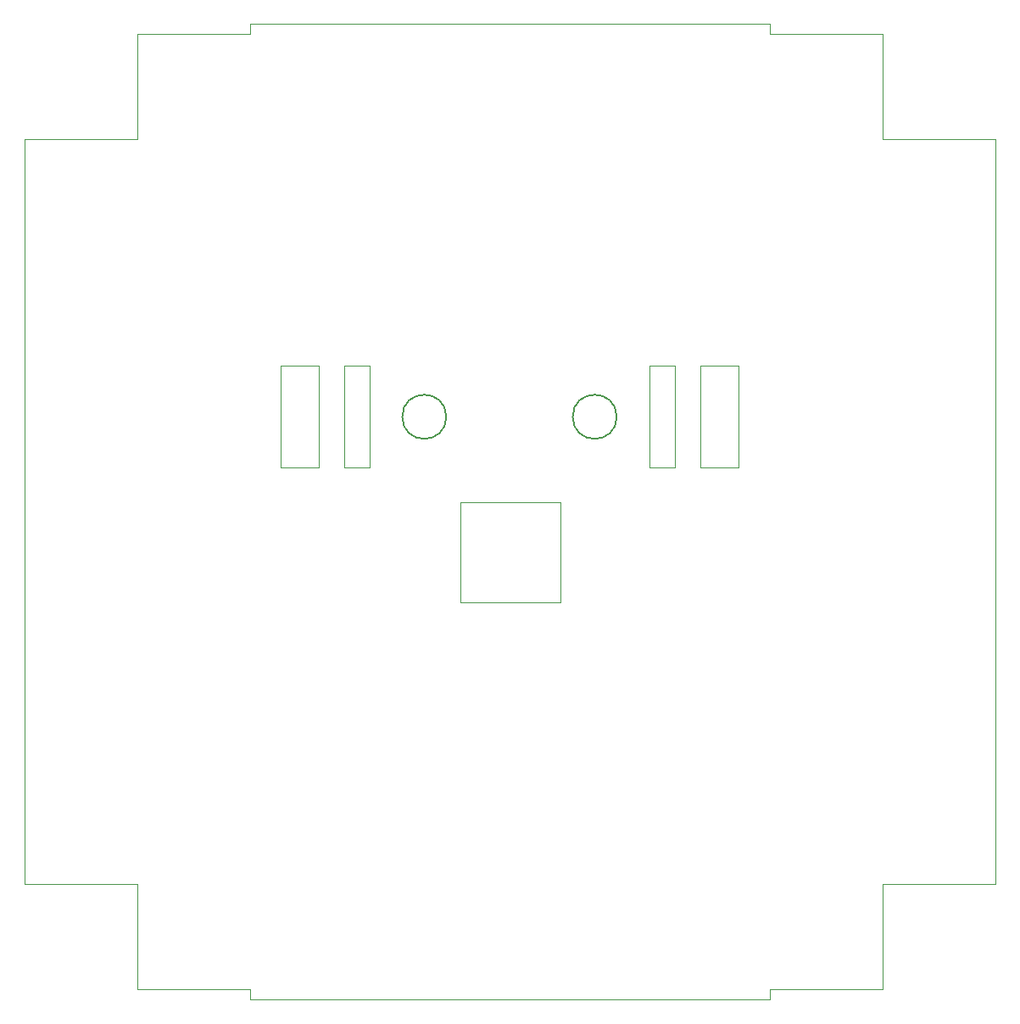
<source format=gm1>
%TF.GenerationSoftware,KiCad,Pcbnew,(6.0.5)*%
%TF.CreationDate,2023-01-23T16:46:34-08:00*%
%TF.ProjectId,Z_Panels,5a5f5061-6e65-46c7-932e-6b696361645f,rev?*%
%TF.SameCoordinates,Original*%
%TF.FileFunction,Profile,NP*%
%FSLAX46Y46*%
G04 Gerber Fmt 4.6, Leading zero omitted, Abs format (unit mm)*
G04 Created by KiCad (PCBNEW (6.0.5)) date 2023-01-23 16:46:34*
%MOMM*%
%LPD*%
G01*
G04 APERTURE LIST*
%TA.AperFunction,Profile*%
%ADD10C,0.050000*%
%TD*%
%TA.AperFunction,Profile*%
%ADD11C,0.150000*%
%TD*%
%TA.AperFunction,Profile*%
%ADD12C,0.100000*%
%TD*%
G04 APERTURE END LIST*
D10*
X219858000Y-40806800D02*
X208584000Y-40806800D01*
X205486000Y-84074000D02*
X205486000Y-73914000D01*
X208584000Y-39806800D02*
X208584000Y-40806800D01*
D11*
X176276000Y-78994000D02*
G75*
G03*
X176276000Y-78994000I-2200000J0D01*
G01*
D10*
X208584000Y-39806800D02*
X156712000Y-39806800D01*
X219856000Y-136135600D02*
X219856000Y-125620000D01*
X201676000Y-73914000D02*
X201676000Y-84074000D01*
D12*
X177680000Y-97510000D02*
X187680000Y-97510000D01*
D10*
X156712000Y-40806800D02*
X145438000Y-40806800D01*
X145438000Y-51322400D02*
X134164000Y-51322400D01*
X201676000Y-84074000D02*
X205486000Y-84074000D01*
X166116000Y-84068965D02*
X168656000Y-84068965D01*
X219858000Y-51322400D02*
X219858000Y-40806800D01*
X196596000Y-84068965D02*
X196596000Y-73908965D01*
X199136000Y-84068965D02*
X196596000Y-84068965D01*
X163576000Y-73914000D02*
X159766000Y-73914000D01*
X159766000Y-84074000D02*
X163576000Y-84074000D01*
D12*
X187680000Y-97510000D02*
X187680000Y-87510000D01*
D10*
X205486000Y-73914000D02*
X201676000Y-73914000D01*
X231130000Y-125620000D02*
X219856000Y-125620000D01*
X145436000Y-125620000D02*
X134162000Y-125620000D01*
X168656000Y-73908965D02*
X166116000Y-73908965D01*
X145438000Y-51322400D02*
X145438000Y-40806800D01*
X159766000Y-73914000D02*
X159766000Y-84074000D01*
X156710000Y-137135600D02*
X156710000Y-136135600D01*
X134164000Y-51322400D02*
X134162000Y-125620000D01*
X156710000Y-136135600D02*
X145436000Y-136135600D01*
X219856000Y-136135600D02*
X208582000Y-136135600D01*
X208582000Y-137135600D02*
X156710000Y-137135600D01*
X231130000Y-125620000D02*
X231132000Y-51322400D01*
X196596000Y-73908965D02*
X199136000Y-73908965D01*
X231132000Y-51322400D02*
X219858000Y-51322400D01*
X156712000Y-40806800D02*
X156712000Y-39806800D01*
D12*
X177680000Y-87510000D02*
X187680000Y-87510000D01*
D10*
X166116000Y-73908965D02*
X166116000Y-84068965D01*
D11*
X193294000Y-78994000D02*
G75*
G03*
X193294000Y-78994000I-2200000J0D01*
G01*
D10*
X163576000Y-84074000D02*
X163576000Y-73914000D01*
D12*
X177680000Y-97510000D02*
X177680000Y-87510000D01*
D10*
X199136000Y-73908965D02*
X199136000Y-84068965D01*
X208582000Y-136135600D02*
X208582000Y-137135600D01*
X168656000Y-84068965D02*
X168656000Y-73908965D01*
X145436000Y-136135600D02*
X145436000Y-125620000D01*
M02*

</source>
